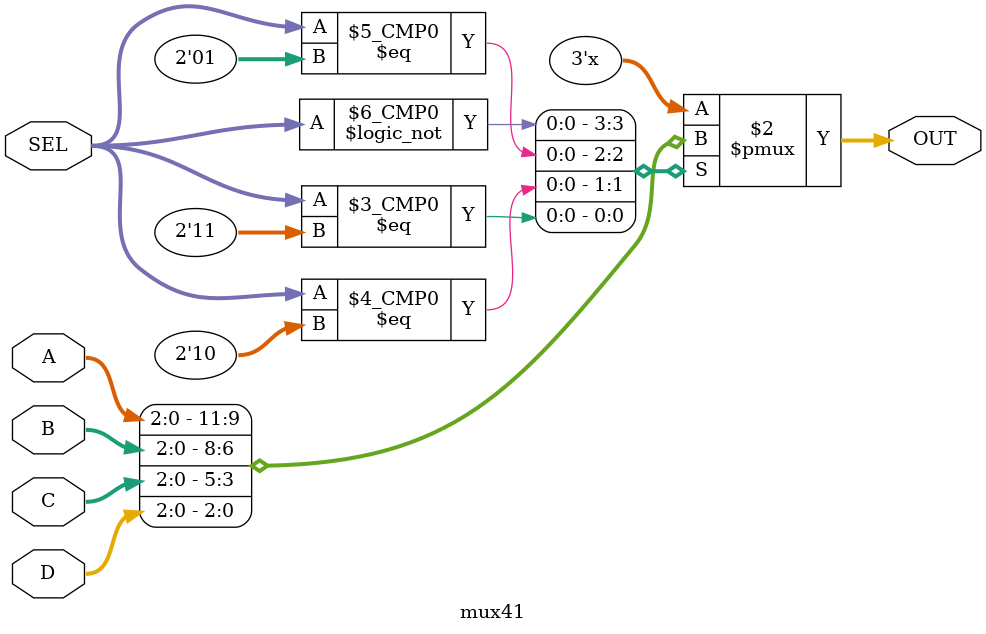
<source format=v>
module decoder (IN, OUT);
 input [2:0] IN;
 output [6:0] OUT;

 reg [6:0] OUT;

 always @(IN)
 begin
	case (IN)
	 3'b000 : OUT=7'b0011001;
	 3'b001 : OUT=7'b0001101;
	 3'b010 : OUT=7'b1100010;
	 3'b011 : OUT=7'b0011100;
	 3'b100 : OUT=7'b1100100;
	 3'b101 : OUT=7'b1010010;
	 3'b110 : OUT=7'b1001001;
	 3'b111 : OUT=7'b0110110;
	endcase
 end
endmodule

module my_alphabet(comb, disp);
 input [2:0] comb;
 output reg [6:0] disp;
 always @(*)
 begin
         case(comb)
          3'b000: disp = 7'b1011100;
          3'b001: disp = 7'b0111000;
          3'b010: disp = 7'b0111110;
          3'b011: disp = 7'b1111001;
          3'b100: disp = 7'b0111001;
          3'b101: disp = 7'b1110111;
          3'b110: disp = 7'b1110110;
          3'b111: disp = 7'b1110011;
         endcase
 end
endmodule


module mux41 (A, B, C, D, SEL, OUT);
 input [2:0] A, B, C, D;
 input [1:0] SEL;
 output [2:0] OUT;

 reg [2:0] OUT;

 always @(*)
 begin
	case (SEL)
	 2'b00 : OUT = A; 
	 2'b01 : OUT = B; 
	 2'b10 : OUT = C; 
	 2'b11 : OUT = D;
 	endcase
 end
endmodule 







</source>
